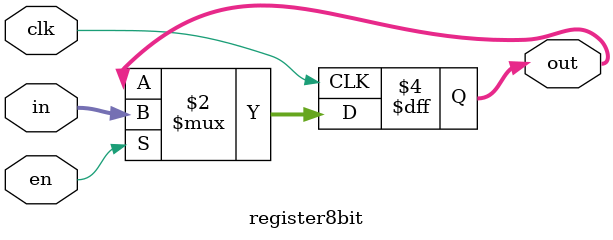
<source format=v>


module registerfile(ra0, ra1, wa, wd, we, clk, rd0, rd1);
	input [2:0] ra0, ra1, wa;
	input [7:0] wd;
	input clk, we;
	output reg [7:0] rd0, rd1;
	wire [7:0] enadd;
	wire [7:0] D0, D1, D2, D3, D4, D5, D6, D7;

	assign enadd[0] = we && (wa == 3'b000);
	assign enadd[1] = we && (wa == 3'b001);
	assign enadd[2] = we && (wa == 3'b010);
	assign enadd[3] = we && (wa == 3'b011);
	assign enadd[4] = we && (wa == 3'b100);
	assign enadd[5] = we && (wa == 3'b101);
	assign enadd[6] = we && (wa == 3'b110);
	assign enadd[7] = we && (wa == 3'b111);
	
//bypass verilog for read addr 0	
	always @(*) begin
		case ({we, wa, ra0})
			7'b1000000: rd0 = wd;
			7'b1001001: rd0 = wd;
			7'b1010010: rd0 = wd;
			7'b1011011: rd0 = wd;
			7'b1100100: rd0 = wd;
			7'b1101101: rd0 = wd;
			7'b1110110: rd0 = wd;
			7'b1111111: rd0 = wd;
			7'bxxxx000: rd0 = D0;
			7'bxxxx001: rd0 = D1;
			7'bxxxx010: rd0 = D2;
			7'bxxxx011: rd0 = D3;
			7'bxxxx100: rd0 = D4;
			7'bxxxx101: rd0 = D5;
			7'bxxxx110: rd0 = D6;
			7'bxxxx111: rd0 = D7;
			default: rd0 = D0;
		endcase
	end
	
	always @(*) begin
		case ({we, wa, ra1})
			7'b1000000: rd1 = wd;
			7'b1001001: rd1 = wd;
			7'b1010010: rd1 = wd;
			7'b1011011: rd1 = wd;
			7'b1100100: rd1 = wd;
			7'b1101101: rd1 = wd;
			7'b1110110: rd1 = wd;
			7'b1111111: rd1 = wd;
			7'bxxxx000: rd1 = D0;
			7'bxxxx001: rd1 = D1;
			7'bxxxx010: rd1 = D2;
			7'bxxxx011: rd1 = D3;
			7'bxxxx100: rd1 = D4;
			7'bxxxx101: rd1 = D5;
			7'bxxxx110: rd1 = D6;
			7'bxxxx111: rd1 = D7;
			default: rd1 = D0;
		endcase
	end
	
	register8bit R0(wd, enadd[0], clk, D0);
	register8bit R1(wd, enadd[1], clk, D1);
	register8bit R2(wd, enadd[2], clk, D2);
	register8bit R3(wd, enadd[3], clk, D3);
	register8bit R4(wd, enadd[4], clk, D4);
	register8bit R5(wd, enadd[5], clk, D5);
	register8bit R6(wd, enadd[6], clk, D6);
	register8bit R7(wd, enadd[7], clk, D7);
endmodule


module register8bit(in, en, clk, out);
	input [7:0] in;
	input en, clk;
	output reg [7:0] out;

	always @(posedge clk)
	if(en)
		out <= in;

endmodule

</source>
